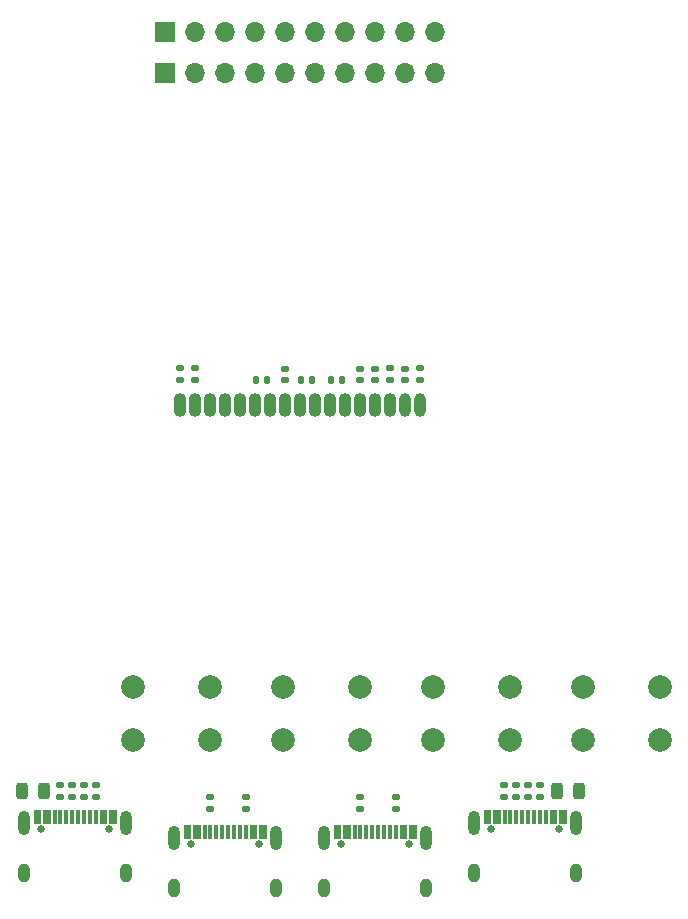
<source format=gbr>
%TF.GenerationSoftware,KiCad,Pcbnew,(6.0.5)*%
%TF.CreationDate,2023-02-26T14:44:20+09:00*%
%TF.ProjectId,IO_Board,494f5f42-6f61-4726-942e-6b696361645f,rev?*%
%TF.SameCoordinates,Original*%
%TF.FileFunction,Soldermask,Top*%
%TF.FilePolarity,Negative*%
%FSLAX46Y46*%
G04 Gerber Fmt 4.6, Leading zero omitted, Abs format (unit mm)*
G04 Created by KiCad (PCBNEW (6.0.5)) date 2023-02-26 14:44:20*
%MOMM*%
%LPD*%
G01*
G04 APERTURE LIST*
G04 Aperture macros list*
%AMRoundRect*
0 Rectangle with rounded corners*
0 $1 Rounding radius*
0 $2 $3 $4 $5 $6 $7 $8 $9 X,Y pos of 4 corners*
0 Add a 4 corners polygon primitive as box body*
4,1,4,$2,$3,$4,$5,$6,$7,$8,$9,$2,$3,0*
0 Add four circle primitives for the rounded corners*
1,1,$1+$1,$2,$3*
1,1,$1+$1,$4,$5*
1,1,$1+$1,$6,$7*
1,1,$1+$1,$8,$9*
0 Add four rect primitives between the rounded corners*
20,1,$1+$1,$2,$3,$4,$5,0*
20,1,$1+$1,$4,$5,$6,$7,0*
20,1,$1+$1,$6,$7,$8,$9,0*
20,1,$1+$1,$8,$9,$2,$3,0*%
G04 Aperture macros list end*
%ADD10C,2.000000*%
%ADD11RoundRect,0.135000X0.185000X-0.135000X0.185000X0.135000X-0.185000X0.135000X-0.185000X-0.135000X0*%
%ADD12RoundRect,0.243750X0.243750X0.456250X-0.243750X0.456250X-0.243750X-0.456250X0.243750X-0.456250X0*%
%ADD13RoundRect,0.135000X-0.185000X0.135000X-0.185000X-0.135000X0.185000X-0.135000X0.185000X0.135000X0*%
%ADD14RoundRect,0.140000X-0.170000X0.140000X-0.170000X-0.140000X0.170000X-0.140000X0.170000X0.140000X0*%
%ADD15RoundRect,0.140000X-0.140000X-0.170000X0.140000X-0.170000X0.140000X0.170000X-0.140000X0.170000X0*%
%ADD16RoundRect,0.140000X0.140000X0.170000X-0.140000X0.170000X-0.140000X-0.170000X0.140000X-0.170000X0*%
%ADD17C,0.650000*%
%ADD18R,0.300000X1.150000*%
%ADD19O,1.000000X1.600000*%
%ADD20O,1.000000X2.100000*%
%ADD21RoundRect,0.243750X-0.243750X-0.456250X0.243750X-0.456250X0.243750X0.456250X-0.243750X0.456250X0*%
%ADD22O,1.100000X2.000000*%
%ADD23O,1.000000X2.000000*%
%ADD24R,1.700000X1.700000*%
%ADD25O,1.700000X1.700000*%
G04 APERTURE END LIST*
D10*
%TO.C,START*%
X150980000Y-137160000D03*
X157480000Y-137160000D03*
X150980000Y-132660000D03*
X157480000Y-132660000D03*
%TD*%
D11*
%TO.C,R2*%
X144780000Y-143004000D03*
X144780000Y-141984000D03*
%TD*%
D12*
%TO.C,FB2*%
X130731500Y-141478000D03*
X128856500Y-141478000D03*
%TD*%
D13*
%TO.C,R12*%
X132080000Y-140968000D03*
X132080000Y-141988000D03*
%TD*%
%TO.C,R14*%
X133096000Y-140968000D03*
X133096000Y-141988000D03*
%TD*%
%TO.C,R1*%
X143510000Y-105662000D03*
X143510000Y-106682000D03*
%TD*%
D14*
%TO.C,C3*%
X151130000Y-105720000D03*
X151130000Y-106680000D03*
%TD*%
D11*
%TO.C,R6*%
X157480000Y-143004000D03*
X157480000Y-141984000D03*
%TD*%
D14*
%TO.C,C10*%
X160020000Y-105692000D03*
X160020000Y-106652000D03*
%TD*%
D10*
%TO.C,STOP*%
X170180000Y-137160000D03*
X163680000Y-137160000D03*
X170180000Y-132660000D03*
X163680000Y-132660000D03*
%TD*%
D15*
%TO.C,C6*%
X154968000Y-106680000D03*
X155928000Y-106680000D03*
%TD*%
D16*
%TO.C,C4*%
X149578000Y-106680000D03*
X148618000Y-106680000D03*
%TD*%
D14*
%TO.C,C11*%
X161290000Y-105720000D03*
X161290000Y-106680000D03*
%TD*%
D13*
%TO.C,R9*%
X172720000Y-140968000D03*
X172720000Y-141988000D03*
%TD*%
D14*
%TO.C,C12*%
X162560000Y-105692000D03*
X162560000Y-106652000D03*
%TD*%
D17*
%TO.C,J4*%
X161640000Y-145985000D03*
X155860000Y-145985000D03*
D18*
X155400000Y-144920000D03*
X156200000Y-144920000D03*
X157500000Y-144920000D03*
X158500000Y-144920000D03*
X159000000Y-144920000D03*
X160000000Y-144920000D03*
X161300000Y-144920000D03*
X162100000Y-144920000D03*
X161800000Y-144920000D03*
X161000000Y-144920000D03*
X160500000Y-144920000D03*
X159500000Y-144920000D03*
X158000000Y-144920000D03*
X157000000Y-144920000D03*
X156500000Y-144920000D03*
X155700000Y-144920000D03*
D19*
X154430000Y-149665000D03*
D20*
X154430000Y-145485000D03*
X163070000Y-145485000D03*
D19*
X163070000Y-149665000D03*
%TD*%
D17*
%TO.C,J2*%
X174340000Y-144715000D03*
X168560000Y-144715000D03*
D18*
X168100000Y-143650000D03*
X168900000Y-143650000D03*
X170200000Y-143650000D03*
X171200000Y-143650000D03*
X171700000Y-143650000D03*
X172700000Y-143650000D03*
X174000000Y-143650000D03*
X174800000Y-143650000D03*
X174500000Y-143650000D03*
X173700000Y-143650000D03*
X173200000Y-143650000D03*
X172200000Y-143650000D03*
X170700000Y-143650000D03*
X169700000Y-143650000D03*
X169200000Y-143650000D03*
X168400000Y-143650000D03*
D19*
X175770000Y-148395000D03*
D20*
X175770000Y-144215000D03*
D19*
X167130000Y-148395000D03*
D20*
X167130000Y-144215000D03*
%TD*%
D13*
%TO.C,R13*%
X135128000Y-140968000D03*
X135128000Y-141988000D03*
%TD*%
%TO.C,R10*%
X170688000Y-140968000D03*
X170688000Y-141988000D03*
%TD*%
D21*
%TO.C,FB1*%
X174147000Y-141478000D03*
X176022000Y-141478000D03*
%TD*%
D14*
%TO.C,C7*%
X157452000Y-105720000D03*
X157452000Y-106680000D03*
%TD*%
D22*
%TO.C,J6*%
X142240000Y-108785000D03*
X143510000Y-108785000D03*
X144780000Y-108785000D03*
X146050000Y-108785000D03*
X147320000Y-108785000D03*
X148590000Y-108785000D03*
X149860000Y-108785000D03*
X151130000Y-108785000D03*
X152400000Y-108785000D03*
X153670000Y-108785000D03*
X154940000Y-108785000D03*
X156210000Y-108785000D03*
X157480000Y-108785000D03*
X158750000Y-108785000D03*
X160020000Y-108785000D03*
D23*
X161290000Y-108795000D03*
X162560000Y-108795000D03*
%TD*%
D17*
%TO.C,J1*%
X148940000Y-145985000D03*
X143160000Y-145985000D03*
D18*
X142700000Y-144920000D03*
X143500000Y-144920000D03*
X144800000Y-144920000D03*
X145800000Y-144920000D03*
X146300000Y-144920000D03*
X147300000Y-144920000D03*
X148600000Y-144920000D03*
X149400000Y-144920000D03*
X149100000Y-144920000D03*
X148300000Y-144920000D03*
X147800000Y-144920000D03*
X146800000Y-144920000D03*
X145300000Y-144920000D03*
X144300000Y-144920000D03*
X143800000Y-144920000D03*
X143000000Y-144920000D03*
D20*
X150370000Y-145485000D03*
X141730000Y-145485000D03*
D19*
X150370000Y-149665000D03*
X141730000Y-149665000D03*
%TD*%
D13*
%TO.C,R5*%
X171704000Y-140968000D03*
X171704000Y-141988000D03*
%TD*%
%TO.C,R8*%
X169672000Y-140968000D03*
X169672000Y-141988000D03*
%TD*%
D15*
%TO.C,C5*%
X152428000Y-106680000D03*
X153388000Y-106680000D03*
%TD*%
D10*
%TO.C,L*%
X138280000Y-137160000D03*
X144780000Y-137160000D03*
X144780000Y-132660000D03*
X138280000Y-132660000D03*
%TD*%
%TO.C,R*%
X176328000Y-137160000D03*
X182828000Y-137160000D03*
X182828000Y-132660000D03*
X176328000Y-132660000D03*
%TD*%
D24*
%TO.C,J3*%
X140985000Y-80670400D03*
D25*
X143525000Y-80670400D03*
X146065000Y-80670400D03*
X148605000Y-80670400D03*
X151145000Y-80670400D03*
X153685000Y-80670400D03*
X156225000Y-80670400D03*
X158765000Y-80670400D03*
X161305000Y-80670400D03*
X163845000Y-80670400D03*
%TD*%
D11*
%TO.C,R3*%
X147828000Y-143004000D03*
X147828000Y-141984000D03*
%TD*%
D17*
%TO.C,J7*%
X130460000Y-144715000D03*
X136240000Y-144715000D03*
D18*
X130000000Y-143650000D03*
X130800000Y-143650000D03*
X132100000Y-143650000D03*
X133100000Y-143650000D03*
X133600000Y-143650000D03*
X134600000Y-143650000D03*
X135900000Y-143650000D03*
X136700000Y-143650000D03*
X136400000Y-143650000D03*
X135600000Y-143650000D03*
X135100000Y-143650000D03*
X134100000Y-143650000D03*
X132600000Y-143650000D03*
X131600000Y-143650000D03*
X131100000Y-143650000D03*
X130300000Y-143650000D03*
D20*
X129030000Y-144215000D03*
D19*
X129030000Y-148395000D03*
D20*
X137670000Y-144215000D03*
D19*
X137670000Y-148395000D03*
%TD*%
D11*
%TO.C,R7*%
X160528000Y-143004000D03*
X160528000Y-141984000D03*
%TD*%
D24*
%TO.C,J5*%
X140980000Y-77216000D03*
D25*
X143520000Y-77216000D03*
X146060000Y-77216000D03*
X148600000Y-77216000D03*
X151140000Y-77216000D03*
X153680000Y-77216000D03*
X156220000Y-77216000D03*
X158760000Y-77216000D03*
X161300000Y-77216000D03*
X163840000Y-77216000D03*
%TD*%
D14*
%TO.C,C8*%
X158750000Y-105720000D03*
X158750000Y-106680000D03*
%TD*%
D13*
%TO.C,R11*%
X134112000Y-140968000D03*
X134112000Y-141988000D03*
%TD*%
D11*
%TO.C,R4*%
X142240000Y-106682000D03*
X142240000Y-105662000D03*
%TD*%
M02*

</source>
